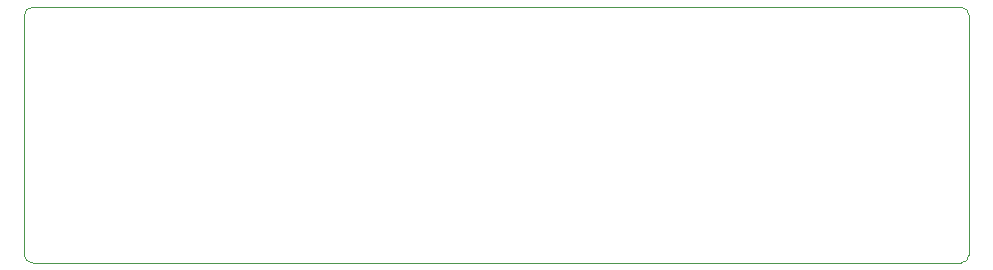
<source format=gbr>
%TF.GenerationSoftware,KiCad,Pcbnew,(5.1.10-1-10_14)*%
%TF.CreationDate,2021-07-05T16:18:31+02:00*%
%TF.ProjectId,cablebot_power,6361626c-6562-46f7-945f-706f7765722e,rev?*%
%TF.SameCoordinates,Original*%
%TF.FileFunction,Profile,NP*%
%FSLAX46Y46*%
G04 Gerber Fmt 4.6, Leading zero omitted, Abs format (unit mm)*
G04 Created by KiCad (PCBNEW (5.1.10-1-10_14)) date 2021-07-05 16:18:31*
%MOMM*%
%LPD*%
G01*
G04 APERTURE LIST*
%TA.AperFunction,Profile*%
%ADD10C,0.100000*%
%TD*%
G04 APERTURE END LIST*
D10*
X117150000Y-92700000D02*
G75*
G02*
X117850000Y-92000000I700000J0D01*
G01*
X117150000Y-112950000D02*
X117150000Y-92700000D01*
X117850000Y-113650000D02*
G75*
G02*
X117150000Y-112950000I0J700000D01*
G01*
X197150000Y-92700000D02*
X197150000Y-112950000D01*
X197150000Y-112950000D02*
G75*
G02*
X196450000Y-113650000I-700000J0D01*
G01*
X196450000Y-92000000D02*
G75*
G02*
X197150000Y-92700000I0J-700000D01*
G01*
X196450000Y-113650000D02*
X117850000Y-113650000D01*
X117850000Y-92000000D02*
X196450000Y-92000000D01*
M02*

</source>
